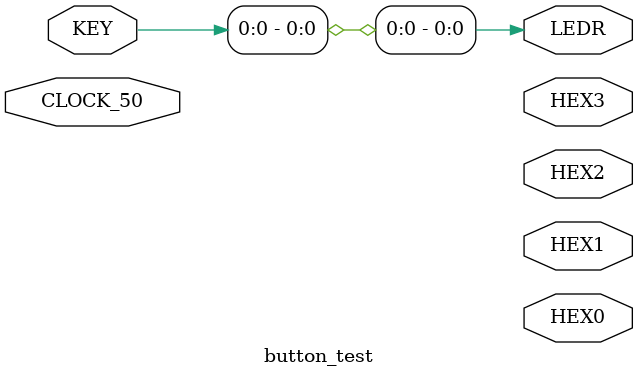
<source format=v>
module button_test (
    input         CLOCK_50,              // DE2-115's 50MHz clock signal
    input  [3:0]  KEY,                   // The 4 push buttons on the board
    output [17:0] LEDR,                  // 18 red LEDs
    output [6:0]  HEX0, HEX1, HEX2, HEX3 // Four 7-segment displays
);

	assign LEDR[0] = KEY[0];


endmodule
</source>
